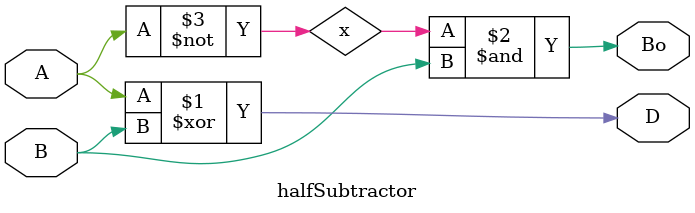
<source format=v>
module halfSubtractor (D, Bo, A, B);

    input A,B;
    output D, Bo;
    wire x;

xor X1(D, A, B); //Difference
not N1(x, A); //Not of A
and A1(Bo, x, B);
    
endmodule
</source>
